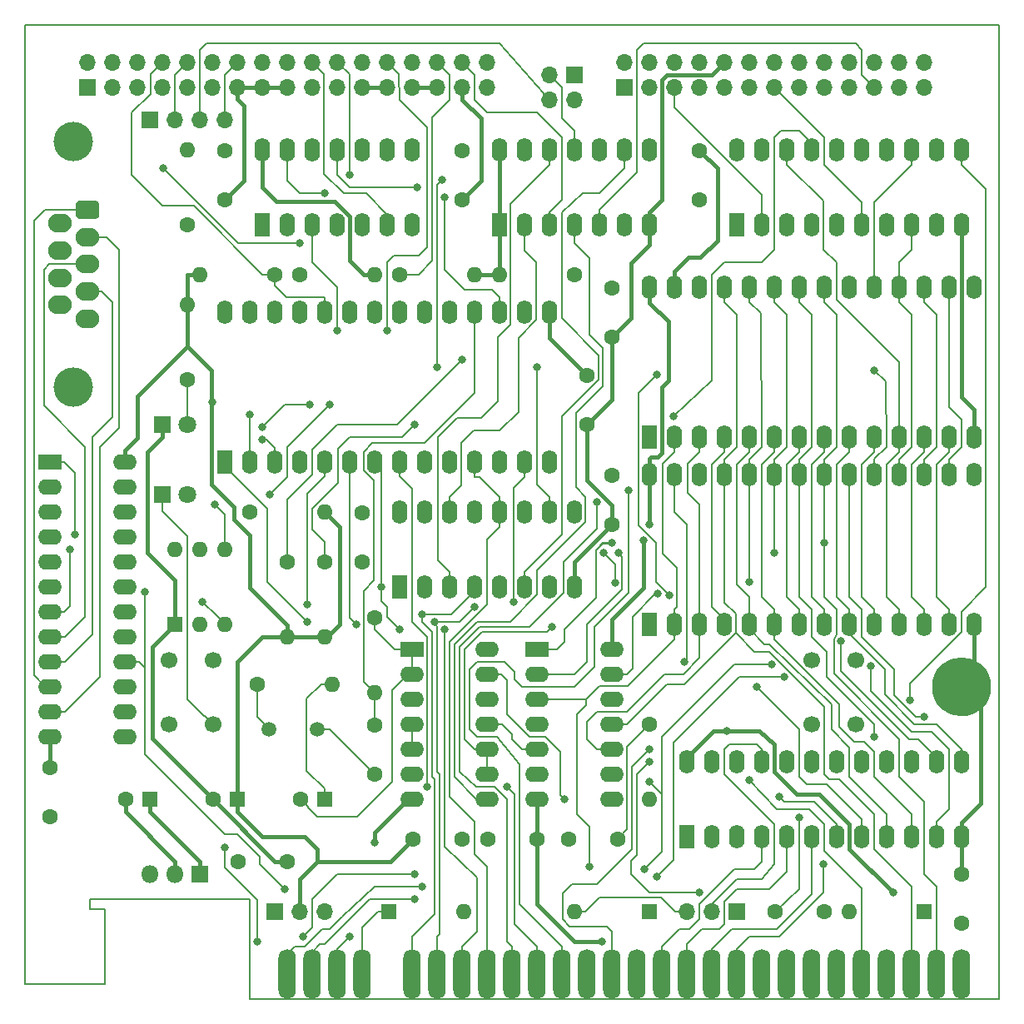
<source format=gtl>
%TF.GenerationSoftware,KiCad,Pcbnew,5.0.2-bee76a0~70~ubuntu18.10.1*%
%TF.CreationDate,2019-02-24T14:53:23+01:00*%
%TF.ProjectId,plusd,706c7573-642e-46b6-9963-61645f706362,rev?*%
%TF.SameCoordinates,Original*%
%TF.FileFunction,Copper,L1,Top*%
%TF.FilePolarity,Positive*%
%FSLAX46Y46*%
G04 Gerber Fmt 4.6, Leading zero omitted, Abs format (unit mm)*
G04 Created by KiCad (PCBNEW 5.0.2-bee76a0~70~ubuntu18.10.1) date dom 24 feb 2019 14:53:23 CET*
%MOMM*%
%LPD*%
G01*
G04 APERTURE LIST*
%ADD10C,0.150000*%
%ADD11O,2.400000X1.600000*%
%ADD12R,2.400000X1.600000*%
%ADD13O,1.600000X2.400000*%
%ADD14R,1.600000X2.400000*%
%ADD15C,1.600000*%
%ADD16C,0.100000*%
%ADD17C,1.900000*%
%ADD18O,2.400000X1.900000*%
%ADD19C,4.000000*%
%ADD20O,1.778000X5.080000*%
%ADD21O,1.600000X1.600000*%
%ADD22R,1.600000X1.600000*%
%ADD23R,1.700000X1.700000*%
%ADD24O,1.700000X1.700000*%
%ADD25C,6.000000*%
%ADD26C,0.800000*%
%ADD27O,1.800000X1.800000*%
%ADD28R,1.800000X1.800000*%
%ADD29C,1.800000*%
%ADD30C,1.700000*%
%ADD31C,1.500000*%
%ADD32C,0.400000*%
%ADD33C,0.200000*%
G04 APERTURE END LIST*
D10*
X71628000Y-122936000D02*
X63500000Y-122936000D01*
X71628000Y-115316000D02*
X71628000Y-122936000D01*
X70104000Y-115316000D02*
X71628000Y-115316000D01*
X70104000Y-114300000D02*
X70104000Y-115316000D01*
X86360000Y-124460000D02*
X162560000Y-124460000D01*
X86360000Y-114300000D02*
X86360000Y-124460000D01*
X70104000Y-114300000D02*
X86360000Y-114300000D01*
X162560000Y-124460000D02*
X162560000Y-25400000D01*
X63500000Y-25400000D02*
X63500000Y-122936000D01*
X162560000Y-25400000D02*
X63500000Y-25400000D01*
D11*
X110490000Y-88900000D03*
X102870000Y-104140000D03*
X110490000Y-91440000D03*
X102870000Y-101600000D03*
X110490000Y-93980000D03*
X102870000Y-99060000D03*
X110490000Y-96520000D03*
X102870000Y-96520000D03*
X110490000Y-99060000D03*
X102870000Y-93980000D03*
X110490000Y-101600000D03*
X102870000Y-91440000D03*
X110490000Y-104140000D03*
D12*
X102870000Y-88900000D03*
D13*
X83820000Y-54610000D03*
X116840000Y-69850000D03*
X86360000Y-54610000D03*
X114300000Y-69850000D03*
X88900000Y-54610000D03*
X111760000Y-69850000D03*
X91440000Y-54610000D03*
X109220000Y-69850000D03*
X93980000Y-54610000D03*
X106680000Y-69850000D03*
X96520000Y-54610000D03*
X104140000Y-69850000D03*
X99060000Y-54610000D03*
X101600000Y-69850000D03*
X101600000Y-54610000D03*
X99060000Y-69850000D03*
X104140000Y-54610000D03*
X96520000Y-69850000D03*
X106680000Y-54610000D03*
X93980000Y-69850000D03*
X109220000Y-54610000D03*
X91440000Y-69850000D03*
X111760000Y-54610000D03*
X88900000Y-69850000D03*
X114300000Y-54610000D03*
X86360000Y-69850000D03*
X116840000Y-54610000D03*
D14*
X83820000Y-69850000D03*
D15*
X99060000Y-96600000D03*
X99060000Y-101600000D03*
D16*
G36*
X70621558Y-43248287D02*
X70667668Y-43255127D01*
X70712885Y-43266453D01*
X70756775Y-43282157D01*
X70798913Y-43302087D01*
X70838896Y-43326052D01*
X70876337Y-43353820D01*
X70910876Y-43385124D01*
X70942180Y-43419663D01*
X70969948Y-43457104D01*
X70993913Y-43497087D01*
X71013843Y-43539225D01*
X71029547Y-43583115D01*
X71040873Y-43628332D01*
X71047713Y-43674442D01*
X71050000Y-43721000D01*
X71050000Y-44671000D01*
X71047713Y-44717558D01*
X71040873Y-44763668D01*
X71029547Y-44808885D01*
X71013843Y-44852775D01*
X70993913Y-44894913D01*
X70969948Y-44934896D01*
X70942180Y-44972337D01*
X70910876Y-45006876D01*
X70876337Y-45038180D01*
X70838896Y-45065948D01*
X70798913Y-45089913D01*
X70756775Y-45109843D01*
X70712885Y-45125547D01*
X70667668Y-45136873D01*
X70621558Y-45143713D01*
X70575000Y-45146000D01*
X69125000Y-45146000D01*
X69078442Y-45143713D01*
X69032332Y-45136873D01*
X68987115Y-45125547D01*
X68943225Y-45109843D01*
X68901087Y-45089913D01*
X68861104Y-45065948D01*
X68823663Y-45038180D01*
X68789124Y-45006876D01*
X68757820Y-44972337D01*
X68730052Y-44934896D01*
X68706087Y-44894913D01*
X68686157Y-44852775D01*
X68670453Y-44808885D01*
X68659127Y-44763668D01*
X68652287Y-44717558D01*
X68650000Y-44671000D01*
X68650000Y-43721000D01*
X68652287Y-43674442D01*
X68659127Y-43628332D01*
X68670453Y-43583115D01*
X68686157Y-43539225D01*
X68706087Y-43497087D01*
X68730052Y-43457104D01*
X68757820Y-43419663D01*
X68789124Y-43385124D01*
X68823663Y-43353820D01*
X68861104Y-43326052D01*
X68901087Y-43302087D01*
X68943225Y-43282157D01*
X68987115Y-43266453D01*
X69032332Y-43255127D01*
X69078442Y-43248287D01*
X69125000Y-43246000D01*
X70575000Y-43246000D01*
X70621558Y-43248287D01*
X70621558Y-43248287D01*
G37*
D17*
X69850000Y-44196000D03*
D18*
X69850000Y-46966000D03*
X69850000Y-49736000D03*
X69850000Y-52506000D03*
X69850000Y-55276000D03*
X67010000Y-45581000D03*
X67010000Y-48351000D03*
X67010000Y-51121000D03*
X67010000Y-53891000D03*
D19*
X68430000Y-37236000D03*
X68430000Y-62236000D03*
D13*
X127000000Y-52070000D03*
X160020000Y-67310000D03*
X129540000Y-52070000D03*
X157480000Y-67310000D03*
X132080000Y-52070000D03*
X154940000Y-67310000D03*
X134620000Y-52070000D03*
X152400000Y-67310000D03*
X137160000Y-52070000D03*
X149860000Y-67310000D03*
X139700000Y-52070000D03*
X147320000Y-67310000D03*
X142240000Y-52070000D03*
X144780000Y-67310000D03*
X144780000Y-52070000D03*
X142240000Y-67310000D03*
X147320000Y-52070000D03*
X139700000Y-67310000D03*
X149860000Y-52070000D03*
X137160000Y-67310000D03*
X152400000Y-52070000D03*
X134620000Y-67310000D03*
X154940000Y-52070000D03*
X132080000Y-67310000D03*
X157480000Y-52070000D03*
X129540000Y-67310000D03*
X160020000Y-52070000D03*
D14*
X127000000Y-67310000D03*
D20*
X158750000Y-121920000D03*
X156210000Y-121920000D03*
X153670000Y-121920000D03*
X151130000Y-121920000D03*
X148590000Y-121920000D03*
X146050000Y-121920000D03*
X143510000Y-121920000D03*
X140970000Y-121920000D03*
X138430000Y-121920000D03*
X135890000Y-121920000D03*
X133350000Y-121920000D03*
X130810000Y-121920000D03*
X128270000Y-121920000D03*
X125730000Y-121920000D03*
X123190000Y-121920000D03*
X120650000Y-121920000D03*
X118110000Y-121920000D03*
X115570000Y-121920000D03*
X113030000Y-121920000D03*
X110490000Y-121920000D03*
X107950000Y-121920000D03*
X105410000Y-121920000D03*
X102870000Y-121920000D03*
X97790000Y-121920000D03*
X95250000Y-121920000D03*
X92710000Y-121920000D03*
X90170000Y-121920000D03*
D21*
X93980000Y-87630000D03*
D15*
X93980000Y-80010000D03*
D11*
X73660000Y-69850000D03*
X66040000Y-97790000D03*
X73660000Y-72390000D03*
X66040000Y-95250000D03*
X73660000Y-74930000D03*
X66040000Y-92710000D03*
X73660000Y-77470000D03*
X66040000Y-90170000D03*
X73660000Y-80010000D03*
X66040000Y-87630000D03*
X73660000Y-82550000D03*
X66040000Y-85090000D03*
X73660000Y-85090000D03*
X66040000Y-82550000D03*
X73660000Y-87630000D03*
X66040000Y-80010000D03*
X73660000Y-90170000D03*
X66040000Y-77470000D03*
X73660000Y-92710000D03*
X66040000Y-74930000D03*
X73660000Y-95250000D03*
X66040000Y-72390000D03*
X73660000Y-97790000D03*
D12*
X66040000Y-69850000D03*
D15*
X80010000Y-45720000D03*
D21*
X80010000Y-38100000D03*
D15*
X82590000Y-104140000D03*
D22*
X85090000Y-104140000D03*
D23*
X69850000Y-31750000D03*
D24*
X69850000Y-29210000D03*
X72390000Y-31750000D03*
X72390000Y-29210000D03*
X74930000Y-31750000D03*
X74930000Y-29210000D03*
X77470000Y-31750000D03*
X77470000Y-29210000D03*
X80010000Y-31750000D03*
X80010000Y-29210000D03*
X82550000Y-31750000D03*
X82550000Y-29210000D03*
X85090000Y-31750000D03*
X85090000Y-29210000D03*
X87630000Y-31750000D03*
X87630000Y-29210000D03*
X90170000Y-31750000D03*
X90170000Y-29210000D03*
X92710000Y-31750000D03*
X92710000Y-29210000D03*
X95250000Y-31750000D03*
X95250000Y-29210000D03*
X97790000Y-31750000D03*
X97790000Y-29210000D03*
X100330000Y-31750000D03*
X100330000Y-29210000D03*
X102870000Y-31750000D03*
X102870000Y-29210000D03*
X105410000Y-31750000D03*
X105410000Y-29210000D03*
X107950000Y-31750000D03*
X107950000Y-29210000D03*
X110490000Y-31750000D03*
X110490000Y-29210000D03*
D12*
X115570000Y-88900000D03*
D11*
X123190000Y-104140000D03*
X115570000Y-91440000D03*
X123190000Y-101600000D03*
X115570000Y-93980000D03*
X123190000Y-99060000D03*
X115570000Y-96520000D03*
X123190000Y-96520000D03*
X115570000Y-99060000D03*
X123190000Y-93980000D03*
X115570000Y-101600000D03*
X123190000Y-91440000D03*
X115570000Y-104140000D03*
X123190000Y-88900000D03*
D25*
X158750000Y-92710000D03*
D26*
X158750000Y-90460000D03*
X160340990Y-91119010D03*
X161000000Y-92710000D03*
X160340990Y-94300990D03*
X158750000Y-94960000D03*
X157159010Y-94300990D03*
X156500000Y-92710000D03*
X157159010Y-91119010D03*
D23*
X135890000Y-115570000D03*
D24*
X133350000Y-115570000D03*
X130810000Y-115570000D03*
D23*
X88900000Y-115570000D03*
D24*
X91440000Y-115570000D03*
X93980000Y-115570000D03*
D13*
X130810000Y-100330000D03*
X158750000Y-107950000D03*
X133350000Y-100330000D03*
X156210000Y-107950000D03*
X135890000Y-100330000D03*
X153670000Y-107950000D03*
X138430000Y-100330000D03*
X151130000Y-107950000D03*
X140970000Y-100330000D03*
X148590000Y-107950000D03*
X143510000Y-100330000D03*
X146050000Y-107950000D03*
X146050000Y-100330000D03*
X143510000Y-107950000D03*
X148590000Y-100330000D03*
X140970000Y-107950000D03*
X151130000Y-100330000D03*
X138430000Y-107950000D03*
X153670000Y-100330000D03*
X135890000Y-107950000D03*
X156210000Y-100330000D03*
X133350000Y-107950000D03*
X158750000Y-100330000D03*
D14*
X130810000Y-107950000D03*
X127000000Y-86360000D03*
D13*
X160020000Y-71120000D03*
X129540000Y-86360000D03*
X157480000Y-71120000D03*
X132080000Y-86360000D03*
X154940000Y-71120000D03*
X134620000Y-86360000D03*
X152400000Y-71120000D03*
X137160000Y-86360000D03*
X149860000Y-71120000D03*
X139700000Y-86360000D03*
X147320000Y-71120000D03*
X142240000Y-86360000D03*
X144780000Y-71120000D03*
X144780000Y-86360000D03*
X142240000Y-71120000D03*
X147320000Y-86360000D03*
X139700000Y-71120000D03*
X149860000Y-86360000D03*
X137160000Y-71120000D03*
X152400000Y-86360000D03*
X134620000Y-71120000D03*
X154940000Y-86360000D03*
X132080000Y-71120000D03*
X157480000Y-86360000D03*
X129540000Y-71120000D03*
X160020000Y-86360000D03*
X127000000Y-71120000D03*
X101600000Y-74930000D03*
X119380000Y-82550000D03*
X104140000Y-74930000D03*
X116840000Y-82550000D03*
X106680000Y-74930000D03*
X114300000Y-82550000D03*
X109220000Y-74930000D03*
X111760000Y-82550000D03*
X111760000Y-74930000D03*
X109220000Y-82550000D03*
X114300000Y-74930000D03*
X106680000Y-82550000D03*
X116840000Y-74930000D03*
X104140000Y-82550000D03*
X119380000Y-74930000D03*
D14*
X101600000Y-82550000D03*
X87630000Y-45720000D03*
D13*
X102870000Y-38100000D03*
X90170000Y-45720000D03*
X100330000Y-38100000D03*
X92710000Y-45720000D03*
X97790000Y-38100000D03*
X95250000Y-45720000D03*
X95250000Y-38100000D03*
X97790000Y-45720000D03*
X92710000Y-38100000D03*
X100330000Y-45720000D03*
X90170000Y-38100000D03*
X102870000Y-45720000D03*
X87630000Y-38100000D03*
X135890000Y-38100000D03*
X158750000Y-45720000D03*
X138430000Y-38100000D03*
X156210000Y-45720000D03*
X140970000Y-38100000D03*
X153670000Y-45720000D03*
X143510000Y-38100000D03*
X151130000Y-45720000D03*
X146050000Y-38100000D03*
X148590000Y-45720000D03*
X148590000Y-38100000D03*
X146050000Y-45720000D03*
X151130000Y-38100000D03*
X143510000Y-45720000D03*
X153670000Y-38100000D03*
X140970000Y-45720000D03*
X156210000Y-38100000D03*
X138430000Y-45720000D03*
X158750000Y-38100000D03*
D14*
X135890000Y-45720000D03*
D13*
X111760000Y-38100000D03*
X127000000Y-45720000D03*
X114300000Y-38100000D03*
X124460000Y-45720000D03*
X116840000Y-38100000D03*
X121920000Y-45720000D03*
X119380000Y-38100000D03*
X119380000Y-45720000D03*
X121920000Y-38100000D03*
X116840000Y-45720000D03*
X124460000Y-38100000D03*
X114300000Y-45720000D03*
X127000000Y-38100000D03*
D14*
X111760000Y-45720000D03*
D27*
X76200000Y-111760000D03*
X78740000Y-111760000D03*
D28*
X81280000Y-111760000D03*
D15*
X73700000Y-104140000D03*
D22*
X76200000Y-104140000D03*
X93980000Y-104140000D03*
D15*
X91480000Y-104140000D03*
D29*
X80010000Y-73152000D03*
D28*
X77470000Y-73152000D03*
D21*
X108077000Y-115570000D03*
D22*
X100457000Y-115570000D03*
D21*
X119380000Y-115570000D03*
D22*
X127000000Y-115570000D03*
X154940000Y-115570000D03*
D21*
X147320000Y-115570000D03*
D29*
X80010000Y-66040000D03*
D28*
X77470000Y-66040000D03*
D21*
X127000000Y-104140000D03*
D15*
X127000000Y-96520000D03*
X86360000Y-74930000D03*
D21*
X93980000Y-74930000D03*
D15*
X90170000Y-80010000D03*
D21*
X90170000Y-87630000D03*
D15*
X88900000Y-50800000D03*
D21*
X81280000Y-50800000D03*
X99060000Y-50800000D03*
D15*
X91440000Y-50800000D03*
X99060000Y-85725000D03*
D21*
X99060000Y-93345000D03*
X109220000Y-50800000D03*
D15*
X101600000Y-50800000D03*
D21*
X94742000Y-92456000D03*
D15*
X87122000Y-92456000D03*
D21*
X111760000Y-50800000D03*
D15*
X119380000Y-50800000D03*
X80010000Y-61468000D03*
D21*
X80010000Y-53848000D03*
D15*
X123745000Y-108204000D03*
X118745000Y-108204000D03*
X139780000Y-115570000D03*
X144780000Y-115570000D03*
X107950000Y-43180000D03*
X107950000Y-38180000D03*
X158750000Y-116760000D03*
X158750000Y-111760000D03*
X97790000Y-80010000D03*
X97790000Y-75010000D03*
X102950000Y-108204000D03*
X107950000Y-108204000D03*
X83820000Y-38180000D03*
X83820000Y-43180000D03*
X120650000Y-66040000D03*
X120650000Y-61040000D03*
X123190000Y-52150000D03*
X123190000Y-57150000D03*
X123190000Y-76200000D03*
X123190000Y-71200000D03*
X115570000Y-108204000D03*
X110570000Y-108204000D03*
X66040000Y-105965000D03*
X66040000Y-100965000D03*
X132080000Y-43180000D03*
X132080000Y-38180000D03*
D23*
X124460000Y-31750000D03*
D24*
X124460000Y-29210000D03*
X127000000Y-31750000D03*
X127000000Y-29210000D03*
X129540000Y-31750000D03*
X129540000Y-29210000D03*
X132080000Y-31750000D03*
X132080000Y-29210000D03*
X134620000Y-31750000D03*
X134620000Y-29210000D03*
X137160000Y-31750000D03*
X137160000Y-29210000D03*
X139700000Y-31750000D03*
X139700000Y-29210000D03*
X142240000Y-31750000D03*
X142240000Y-29210000D03*
X144780000Y-31750000D03*
X144780000Y-29210000D03*
X147320000Y-31750000D03*
X147320000Y-29210000D03*
X149860000Y-31750000D03*
X149860000Y-29210000D03*
X152400000Y-31750000D03*
X152400000Y-29210000D03*
X154940000Y-31750000D03*
X154940000Y-29210000D03*
D23*
X76200000Y-35052000D03*
D24*
X78740000Y-35052000D03*
X81280000Y-35052000D03*
X83820000Y-35052000D03*
D15*
X85170000Y-110490000D03*
X90170000Y-110490000D03*
D24*
X116840000Y-33020000D03*
X116840000Y-30480000D03*
X119380000Y-33020000D03*
D23*
X119380000Y-30480000D03*
D30*
X78105000Y-96520000D03*
X78105000Y-90020000D03*
X82605000Y-96520000D03*
X82605000Y-90020000D03*
X148010000Y-90020000D03*
X148010000Y-96520000D03*
X143510000Y-90020000D03*
X143510000Y-96520000D03*
D22*
X78740000Y-86360000D03*
D21*
X83820000Y-78740000D03*
X81280000Y-86360000D03*
X81280000Y-78740000D03*
X83820000Y-86360000D03*
X78740000Y-78740000D03*
D31*
X93218000Y-97028000D03*
X88318000Y-97028000D03*
D26*
X99060000Y-108585000D03*
X122174000Y-118618000D03*
X113195300Y-84116800D03*
X142240000Y-106045000D03*
X134874000Y-97253600D03*
X151765000Y-113665000D03*
X126365000Y-77851000D03*
X127000000Y-76200000D03*
X82550000Y-63754000D03*
X123825000Y-79121000D03*
X139700000Y-79121000D03*
X127831000Y-83275000D03*
X137160000Y-82042000D03*
X87630000Y-66294000D03*
X92456000Y-64008000D03*
X137922000Y-92710000D03*
X132080000Y-113665000D03*
X127000000Y-100330000D03*
X144780000Y-78105000D03*
X123190000Y-78105000D03*
X137160000Y-102235000D03*
X144652500Y-110801900D03*
X130556000Y-90170000D03*
X86360000Y-65024000D03*
X140208000Y-103886000D03*
X149541600Y-90625700D03*
X87630000Y-67564000D03*
X146471000Y-88088100D03*
X140716000Y-91694000D03*
X127762000Y-112014000D03*
X126492000Y-111252000D03*
X139446000Y-90424000D03*
X127000000Y-102362000D03*
X91783300Y-118110000D03*
X120904000Y-110998000D03*
X103124000Y-111760000D03*
X87122000Y-118618000D03*
X83820000Y-109093000D03*
X127000000Y-99060000D03*
X103124000Y-114300000D03*
X103886000Y-113030000D03*
X68072000Y-78740000D03*
X92202000Y-86106000D03*
X117094000Y-86614000D03*
X123492600Y-82143100D03*
X122327800Y-79128300D03*
X153483000Y-94092300D03*
X103124000Y-66040000D03*
X107950000Y-59436000D03*
X82804000Y-74168000D03*
X88392000Y-73152000D03*
X94488000Y-64008000D03*
X149860000Y-97790000D03*
X124841000Y-72771000D03*
X129415000Y-65239000D03*
X112522000Y-102870000D03*
X104394000Y-102870000D03*
X121666000Y-73914000D03*
X99695000Y-82550000D03*
X106172000Y-86868000D03*
X101600000Y-86868000D03*
X97155000Y-86360000D03*
X109220000Y-84582000D03*
X105156000Y-86106000D03*
X92202000Y-84328000D03*
X103886000Y-85344000D03*
X96520000Y-118110000D03*
X149860000Y-60549700D03*
X75692000Y-83058000D03*
X89916000Y-113284000D03*
X154940000Y-95795000D03*
X129010300Y-83420400D03*
X127732900Y-60960000D03*
X100330000Y-56515000D03*
X93980000Y-42545000D03*
X103378000Y-41910000D03*
X106172000Y-42926000D03*
X96520000Y-40640000D03*
X115570000Y-60198000D03*
X105410000Y-60198000D03*
X105918000Y-41148000D03*
X95250000Y-56515000D03*
X77500000Y-39975000D03*
X91440000Y-47625000D03*
X118364000Y-104140000D03*
X118364000Y-104140000D03*
X68580000Y-77216000D03*
X81534000Y-84074000D03*
D32*
X121234900Y-72308500D02*
X123190000Y-74263600D01*
X123190000Y-74263600D02*
X123190000Y-76200000D01*
X158420500Y-93039500D02*
X158750000Y-92710000D01*
X158420500Y-94301000D02*
X158420500Y-93039500D01*
X157159000Y-92051000D02*
X157432000Y-92051000D01*
X157432000Y-92051000D02*
X158420500Y-93039500D01*
X157159000Y-92051000D02*
X156500000Y-92710000D01*
X157159000Y-91119000D02*
X157159000Y-92051000D01*
X158750000Y-94960000D02*
X158420500Y-94630500D01*
X158420500Y-94630500D02*
X158420500Y-94301000D01*
X158420500Y-94301000D02*
X157159000Y-94301000D01*
X158750000Y-90460000D02*
X158091000Y-91119000D01*
X158091000Y-91119000D02*
X157159000Y-91119000D01*
X119380000Y-82116500D02*
X119380000Y-82550000D01*
X160020000Y-90366800D02*
X158843200Y-90366800D01*
X158843200Y-90366800D02*
X158750000Y-90460000D01*
X159216000Y-95426000D02*
X158750000Y-94960000D01*
X160341000Y-91119000D02*
X160341000Y-92051000D01*
X160341000Y-92051000D02*
X161000000Y-92710000D01*
X160020000Y-90366800D02*
X160341000Y-90687800D01*
X160341000Y-90687800D02*
X160341000Y-91119000D01*
X160341000Y-94301000D02*
X159216000Y-95426000D01*
X158750000Y-111760000D02*
X158750000Y-107950000D01*
X160020000Y-87885300D02*
X160020000Y-90366800D01*
X115570000Y-104140000D02*
X115570000Y-107950000D01*
X160020000Y-86360000D02*
X160020000Y-87885300D01*
X160020000Y-65784700D02*
X160020000Y-64511100D01*
X160020000Y-64511100D02*
X158750000Y-63241100D01*
X158750000Y-63241100D02*
X158750000Y-45720000D01*
X123190000Y-76200000D02*
X119380000Y-80010000D01*
X119380000Y-80010000D02*
X119380000Y-81024700D01*
X119380000Y-82116500D02*
X119380000Y-81024700D01*
X160020000Y-67310000D02*
X160020000Y-65784700D01*
X66040000Y-100965000D02*
X66040000Y-97790000D01*
X160655000Y-94615000D02*
X158750000Y-92710000D01*
X160655000Y-104595000D02*
X160655000Y-94615000D01*
X158750000Y-106500000D02*
X160655000Y-104595000D01*
X158750000Y-107950000D02*
X158750000Y-106500000D01*
X125095000Y-55245000D02*
X123190000Y-57150000D01*
X123190000Y-63500000D02*
X123190000Y-57150000D01*
X120650000Y-66040000D02*
X123190000Y-63500000D01*
X78740000Y-81915000D02*
X76835000Y-80010000D01*
X78740000Y-86360000D02*
X78740000Y-81915000D01*
X78740000Y-110490000D02*
X78740000Y-111760000D01*
X73700000Y-104140000D02*
X73700000Y-105450000D01*
X73700000Y-105450000D02*
X78740000Y-110490000D01*
X85630001Y-41369999D02*
X84619999Y-42380001D01*
X84619999Y-42380001D02*
X83820000Y-43180000D01*
X102870000Y-31750000D02*
X105410000Y-31750000D01*
X120650000Y-71723600D02*
X121234900Y-72308500D01*
X120650000Y-66040000D02*
X120650000Y-71723600D01*
X85090000Y-32952081D02*
X85725000Y-33587081D01*
X85090000Y-31750000D02*
X85090000Y-32952081D01*
X85725000Y-41275000D02*
X83820000Y-43180000D01*
X85725000Y-33587081D02*
X85725000Y-41275000D01*
X88900000Y-110490000D02*
X90170000Y-110490000D01*
X82590000Y-104180000D02*
X88900000Y-110490000D01*
X82590000Y-104140000D02*
X82590000Y-104180000D01*
X85090000Y-31750000D02*
X87630000Y-31750000D01*
X87630000Y-31750000D02*
X90170000Y-31750000D01*
X97790000Y-31750000D02*
X100330000Y-31750000D01*
X102950000Y-104220000D02*
X102870000Y-104140000D01*
X99060000Y-108019315D02*
X99060000Y-108585000D01*
X99060000Y-107550000D02*
X99060000Y-108019315D01*
X102470000Y-104140000D02*
X99060000Y-107550000D01*
X102870000Y-104140000D02*
X102470000Y-104140000D01*
X127000000Y-45720000D02*
X127000000Y-47752000D01*
X127000000Y-47752000D02*
X125095000Y-49657000D01*
X125095000Y-49657000D02*
X125095000Y-55245000D01*
X119380000Y-118618000D02*
X117708800Y-116946800D01*
X122174000Y-118618000D02*
X119380000Y-118618000D01*
X115570000Y-114808000D02*
X115570000Y-107950000D01*
X119380000Y-118618000D02*
X115570000Y-114808000D01*
X109855000Y-41275000D02*
X107950000Y-43180000D01*
X109855000Y-34925000D02*
X109855000Y-41275000D01*
X107950000Y-31750000D02*
X107950000Y-33020000D01*
X107950000Y-33020000D02*
X109855000Y-34925000D01*
X77470000Y-67340000D02*
X75946000Y-68864000D01*
X77470000Y-66040000D02*
X77470000Y-67340000D01*
X75946000Y-79121000D02*
X78740000Y-81915000D01*
X75946000Y-68864000D02*
X75946000Y-79121000D01*
X128270000Y-43180000D02*
X127000000Y-44450000D01*
X127000000Y-45720000D02*
X127000000Y-44450000D01*
X133350000Y-30480000D02*
X134620000Y-29210000D01*
X128778000Y-30480000D02*
X133350000Y-30480000D01*
X128270000Y-43180000D02*
X128270000Y-30988000D01*
X128270000Y-30988000D02*
X128778000Y-30480000D01*
X76454000Y-98004000D02*
X82590000Y-104140000D01*
X78740000Y-86360000D02*
X76454000Y-88646000D01*
X76454000Y-88646000D02*
X76454000Y-98004000D01*
D33*
X114300000Y-69850000D02*
X114300000Y-71375300D01*
X114300000Y-71375300D02*
X113174600Y-72500700D01*
X113174600Y-72500700D02*
X113174600Y-84096100D01*
X113174600Y-84096100D02*
X113195300Y-84116800D01*
X142240000Y-113284000D02*
X139780000Y-115570000D01*
X142240000Y-106045000D02*
X142240000Y-113284000D01*
D32*
X81280000Y-110490000D02*
X81280000Y-111760000D01*
X76200000Y-105410000D02*
X81280000Y-110490000D01*
X76200000Y-104140000D02*
X76200000Y-105410000D01*
X123190000Y-71200000D02*
X123288600Y-71200000D01*
X82405400Y-60469600D02*
X80010000Y-58074200D01*
X85090000Y-104140000D02*
X85090000Y-103014700D01*
X82480001Y-60544201D02*
X82405400Y-60469600D01*
X82480001Y-60544201D02*
X80010000Y-58074200D01*
X80010000Y-58074200D02*
X80010000Y-54610000D01*
X80010000Y-54610000D02*
X80010000Y-53340000D01*
X111760000Y-38100000D02*
X111760000Y-45720000D01*
X128245800Y-62263302D02*
X128905000Y-61604102D01*
X127000000Y-53670000D02*
X127000000Y-52070000D01*
X128905000Y-55575000D02*
X127000000Y-53670000D01*
X128905000Y-61604102D02*
X128905000Y-55575000D01*
X91440000Y-115570000D02*
X91440000Y-114300000D01*
X85090000Y-105410000D02*
X85090000Y-104140000D01*
X87630000Y-107950000D02*
X85090000Y-105410000D01*
X133905000Y-40005000D02*
X133905000Y-47305000D01*
X132080000Y-38180000D02*
X133905000Y-40005000D01*
X116840000Y-57230000D02*
X116840000Y-54610000D01*
X120650000Y-61040000D02*
X116840000Y-57230000D01*
X82480001Y-61341000D02*
X82480001Y-60544201D01*
X111760000Y-45720000D02*
X111760000Y-50800000D01*
X111760000Y-50800000D02*
X109220000Y-50800000D01*
X80010000Y-53340000D02*
X80010000Y-52070000D01*
X130810000Y-99930000D02*
X130810000Y-100330000D01*
X133486400Y-97253600D02*
X130810000Y-99930000D01*
X134874000Y-97253600D02*
X133486400Y-97253600D01*
X126365000Y-78740000D02*
X126365000Y-78740000D01*
X123190000Y-85834794D02*
X123190000Y-88900000D01*
X126365000Y-82659794D02*
X123190000Y-85834794D01*
X126365000Y-77851000D02*
X126365000Y-82659794D01*
X127000000Y-71120000D02*
X127000000Y-76200000D01*
X92710000Y-87630000D02*
X90170000Y-87630000D01*
X95504000Y-86360000D02*
X94234000Y-87630000D01*
X94234000Y-87630000D02*
X92710000Y-87630000D01*
X93980000Y-74930000D02*
X95504000Y-76454000D01*
X95504000Y-76454000D02*
X95504000Y-86360000D01*
X87630000Y-87630000D02*
X90170000Y-87630000D01*
X87630000Y-87630000D02*
X85090000Y-90170000D01*
X85090000Y-104140000D02*
X85090000Y-90170000D01*
X90170000Y-86498630D02*
X86360000Y-82688630D01*
X90170000Y-87630000D02*
X90170000Y-86498630D01*
X86360000Y-82688630D02*
X86360000Y-77285999D01*
X100664000Y-110490000D02*
X102950000Y-108204000D01*
X81280000Y-50800000D02*
X80010000Y-50800000D01*
X80010000Y-50800000D02*
X80010000Y-53848000D01*
X87630000Y-41910000D02*
X87630000Y-38100000D01*
X99060000Y-50800000D02*
X97928630Y-50800000D01*
X97928630Y-50800000D02*
X96520000Y-49391370D01*
X96520000Y-49391370D02*
X96520000Y-44892930D01*
X89065001Y-43345001D02*
X87630000Y-41910000D01*
X96520000Y-44892930D02*
X94972071Y-43345001D01*
X94972071Y-43345001D02*
X89065001Y-43345001D01*
X130988000Y-49022000D02*
X132188000Y-49022000D01*
X129540000Y-52070000D02*
X129540000Y-50470000D01*
X129540000Y-50470000D02*
X130988000Y-49022000D01*
X133905000Y-47305000D02*
X132188000Y-49022000D01*
X127000000Y-69520000D02*
X127178000Y-69342000D01*
X127000000Y-71120000D02*
X127000000Y-69520000D01*
X127864800Y-69342000D02*
X128245800Y-68961000D01*
X127178000Y-69342000D02*
X127864800Y-69342000D01*
X128245800Y-68961000D02*
X128245800Y-62263302D01*
X73660000Y-68650000D02*
X74930000Y-67380000D01*
X73660000Y-69850000D02*
X73660000Y-68650000D01*
X74930000Y-63154200D02*
X80010000Y-58074200D01*
X74930000Y-67380000D02*
X74930000Y-63154200D01*
X84766001Y-74422000D02*
X82480001Y-72136000D01*
X84766001Y-75692000D02*
X84766001Y-74422000D01*
X82480001Y-72136000D02*
X82480001Y-61341000D01*
X86360000Y-77285999D02*
X84766001Y-75692000D01*
X91440000Y-115570000D02*
X91440000Y-112268000D01*
X91440000Y-112268000D02*
X92456000Y-111252000D01*
X91186000Y-107950000D02*
X87630000Y-107950000D01*
X93218000Y-110490000D02*
X91440000Y-112268000D01*
X95758000Y-110490000D02*
X93218000Y-110490000D01*
X95758000Y-110490000D02*
X100664000Y-110490000D01*
X95250000Y-110490000D02*
X95758000Y-110490000D01*
X93218000Y-109220000D02*
X91948000Y-107950000D01*
X93218000Y-110490000D02*
X93218000Y-109220000D01*
X91948000Y-107950000D02*
X91186000Y-107950000D01*
X147320000Y-106680000D02*
X147320000Y-109220000D01*
X138176000Y-97253600D02*
X139700000Y-98552000D01*
X147320000Y-109220000D02*
X151765000Y-113665000D01*
X134874000Y-97253600D02*
X138176000Y-97253600D01*
X141986000Y-103632000D02*
X144272000Y-103632000D01*
X139700000Y-98552000D02*
X139700000Y-101346000D01*
X139700000Y-101346000D02*
X141986000Y-103632000D01*
X144272000Y-103632000D02*
X147320000Y-106680000D01*
D33*
X124217900Y-82792100D02*
X120650000Y-86360000D01*
X119380000Y-91440000D02*
X115570000Y-91440000D01*
X120650000Y-86360000D02*
X120650000Y-90170000D01*
X120650000Y-90170000D02*
X119380000Y-91440000D01*
X139700000Y-79121000D02*
X139700000Y-71120000D01*
X124224999Y-79520999D02*
X124224999Y-81082401D01*
X123825000Y-79121000D02*
X124224999Y-79520999D01*
X124224999Y-81082401D02*
X124217900Y-81089500D01*
X124217900Y-81089500D02*
X124217900Y-82792100D01*
X139700000Y-53595300D02*
X139700000Y-52070000D01*
X140970000Y-68326000D02*
X140970000Y-54864000D01*
X140970000Y-54864000D02*
X139700000Y-53595300D01*
X139700000Y-71120000D02*
X139700000Y-69594700D01*
X139700000Y-69594700D02*
X140970000Y-68326000D01*
X136986100Y-82189500D02*
X137160000Y-82015600D01*
X136986100Y-71293900D02*
X137160000Y-71120000D01*
X127615500Y-83275000D02*
X127831000Y-83275000D01*
X123190000Y-91440000D02*
X124715300Y-91440000D01*
X124715300Y-91440000D02*
X124715300Y-91438700D01*
X125292500Y-90861500D02*
X125292500Y-85598000D01*
X124715300Y-91438700D02*
X125292500Y-90861500D01*
X125292500Y-85598000D02*
X127615500Y-83275000D01*
X137160000Y-71120000D02*
X137160000Y-82042000D01*
X137160000Y-53595300D02*
X137160000Y-52070000D01*
X138309300Y-54744600D02*
X137160000Y-53595300D01*
X137160000Y-71120000D02*
X137160000Y-69594700D01*
X138430000Y-68326000D02*
X138309300Y-54744600D01*
X137160000Y-69594700D02*
X138430000Y-68326000D01*
X89916000Y-64008000D02*
X87630000Y-66294000D01*
X92456000Y-64008000D02*
X89916000Y-64008000D01*
X153670000Y-105664000D02*
X153670000Y-107950000D01*
X139700000Y-86360000D02*
X139700000Y-87885300D01*
X149860000Y-99314000D02*
X149860000Y-101854000D01*
X147828000Y-98298000D02*
X148844000Y-98298000D01*
X149860000Y-101854000D02*
X153670000Y-105664000D01*
X139700000Y-87885300D02*
X146302700Y-94488000D01*
X146302700Y-96772700D02*
X147828000Y-98298000D01*
X146302700Y-94488000D02*
X146302700Y-96772700D01*
X148844000Y-98298000D02*
X149860000Y-99314000D01*
X139700000Y-68834000D02*
X139700000Y-67310000D01*
X138430000Y-83566000D02*
X138430000Y-70104000D01*
X139700000Y-86360000D02*
X139700000Y-84834700D01*
X138430000Y-70104000D02*
X139700000Y-68834000D01*
X139700000Y-84834700D02*
X138430000Y-83566000D01*
X134620000Y-68835300D02*
X134620000Y-67310000D01*
X133352067Y-70104000D02*
X134620000Y-68835300D01*
X133350000Y-84582000D02*
X133352067Y-70104000D01*
X134620000Y-86360000D02*
X134620000Y-85852000D01*
X134620000Y-85852000D02*
X133350000Y-84582000D01*
X142240000Y-97028000D02*
X137922000Y-92710000D01*
X142240000Y-101854000D02*
X142240000Y-97028000D01*
X143002000Y-102616000D02*
X142240000Y-101854000D01*
X145034000Y-102616000D02*
X143002000Y-102616000D01*
X148590000Y-107950000D02*
X148590000Y-106172000D01*
X148590000Y-106172000D02*
X145034000Y-102616000D01*
X132080000Y-68835300D02*
X132080000Y-67310000D01*
X130889500Y-70025800D02*
X132080000Y-68835300D01*
X130889500Y-73025000D02*
X130889500Y-70025800D01*
X132080000Y-74215500D02*
X130889500Y-73025000D01*
X132080000Y-86360000D02*
X132080000Y-74215500D01*
X125700400Y-109855000D02*
X125700400Y-101629600D01*
X125700400Y-101629600D02*
X127000000Y-100330000D01*
X125095000Y-111760000D02*
X125095000Y-110460400D01*
X125095000Y-110460400D02*
X125700400Y-109855000D01*
X132080000Y-113665000D02*
X127000000Y-113665000D01*
X127000000Y-113665000D02*
X125095000Y-111760000D01*
X121666000Y-99060000D02*
X123190000Y-99060000D01*
X120650000Y-98044000D02*
X121666000Y-99060000D01*
X132080000Y-89789000D02*
X130452000Y-91417000D01*
X132080000Y-86360000D02*
X132080000Y-89789000D01*
X130452000Y-91417000D02*
X128524000Y-91440000D01*
X120650000Y-96266000D02*
X120650000Y-98044000D01*
X121666000Y-95249800D02*
X120650000Y-96266000D01*
X128524000Y-91440000D02*
X124714000Y-95250000D01*
X124714000Y-95250000D02*
X121666000Y-95249800D01*
X144780000Y-71120000D02*
X144780000Y-78105000D01*
X121565900Y-83185000D02*
X121565900Y-78848700D01*
X122219599Y-78195001D02*
X123190000Y-78195001D01*
X121565900Y-78848700D02*
X122219599Y-78195001D01*
X122624315Y-78105000D02*
X123190000Y-78105000D01*
X122278098Y-78105000D02*
X122624315Y-78105000D01*
X121565900Y-78817198D02*
X122278098Y-78105000D01*
X121565900Y-83185000D02*
X121565900Y-78817198D01*
X117602000Y-88900000D02*
X118364000Y-88138000D01*
X115570000Y-88900000D02*
X117602000Y-88900000D01*
X121565900Y-83185000D02*
X121565900Y-83666100D01*
X121565900Y-83666100D02*
X118364000Y-86868000D01*
X118364000Y-88138000D02*
X118364000Y-86868000D01*
X144780000Y-53595300D02*
X144780000Y-52070000D01*
X146050000Y-54864000D02*
X144780000Y-53595300D01*
X146050000Y-68326000D02*
X146050000Y-54864000D01*
X144780000Y-71120000D02*
X144780000Y-69594700D01*
X144780000Y-69594700D02*
X146050000Y-68326000D01*
X156210000Y-113030000D02*
X156210000Y-121920000D01*
X154940000Y-111760000D02*
X156210000Y-113030000D01*
X152400000Y-101854000D02*
X154940000Y-104394000D01*
X152400000Y-98044000D02*
X152400000Y-101854000D01*
X154940000Y-104394000D02*
X154940000Y-111760000D01*
X144780000Y-83566000D02*
X146050000Y-84836000D01*
X146050000Y-87376000D02*
X145745700Y-87884000D01*
X145745700Y-87884000D02*
X145745700Y-91389700D01*
X144780000Y-78105000D02*
X144780000Y-83566000D01*
X146050000Y-84836000D02*
X146050000Y-87376000D01*
X145745700Y-91389700D02*
X152400000Y-98044000D01*
X135764000Y-87216400D02*
X135764000Y-85303800D01*
X135764000Y-85303800D02*
X134620000Y-84159800D01*
X134620000Y-84159800D02*
X134620000Y-71120000D01*
X135764000Y-87216400D02*
X130510700Y-92469700D01*
X130510700Y-92469700D02*
X128765600Y-92469700D01*
X128765600Y-92469700D02*
X124715300Y-96520000D01*
X123190000Y-96520000D02*
X124715300Y-96520000D01*
X134620000Y-53595300D02*
X134620000Y-52070000D01*
X135890000Y-54864000D02*
X134620000Y-53595300D01*
X135890000Y-68326000D02*
X135890000Y-54864000D01*
X134620000Y-71120000D02*
X134620000Y-69594700D01*
X134620000Y-69594700D02*
X135890000Y-68326000D01*
X137692400Y-89144800D02*
X135764000Y-87216400D01*
X139192000Y-89144800D02*
X137692400Y-89144800D01*
X144780000Y-94742000D02*
X139192000Y-89144800D01*
X153670000Y-113030000D02*
X149860000Y-109220000D01*
X153670000Y-121920000D02*
X153670000Y-113030000D01*
X149860000Y-109220000D02*
X149860000Y-105664000D01*
X145288000Y-102108000D02*
X144780000Y-101600000D01*
X144780000Y-101600000D02*
X144780000Y-94742000D01*
X149860000Y-105664000D02*
X146304000Y-102108000D01*
X146304000Y-102108000D02*
X145288000Y-102108000D01*
X148590000Y-113214100D02*
X148590000Y-121920000D01*
X144780000Y-106680000D02*
X144780000Y-109404100D01*
X143256000Y-105156000D02*
X144780000Y-106680000D01*
X144780000Y-109404100D02*
X148590000Y-113214100D01*
X137160000Y-102235000D02*
X139954000Y-105156000D01*
X139954000Y-105156000D02*
X143256000Y-105156000D01*
X135890000Y-119380000D02*
X135890000Y-121920000D01*
X137160000Y-118110000D02*
X135890000Y-119380000D01*
X140208000Y-118110000D02*
X137160000Y-118110000D01*
X144652500Y-113665500D02*
X140208000Y-118110000D01*
X144652500Y-110801900D02*
X144652500Y-113665500D01*
X129540000Y-74930000D02*
X129540000Y-71120000D01*
X130810000Y-76200000D02*
X129540000Y-74930000D01*
X130810000Y-89916000D02*
X130810000Y-76200000D01*
X130556000Y-90170000D02*
X130810000Y-89916000D01*
X86360000Y-67818000D02*
X86360000Y-69850000D01*
X86360000Y-65024000D02*
X86360000Y-67818000D01*
X146050000Y-106680000D02*
X146050000Y-107950000D01*
X143764000Y-104394000D02*
X146050000Y-106680000D01*
X140208000Y-103886000D02*
X140716000Y-104394000D01*
X140716000Y-104394000D02*
X143764000Y-104394000D01*
X88900000Y-68450000D02*
X88014000Y-67564000D01*
X88900000Y-69850000D02*
X88900000Y-68450000D01*
X88014000Y-67564000D02*
X87630000Y-67564000D01*
X156210000Y-106424700D02*
X156210000Y-107950000D01*
X149541600Y-93153600D02*
X153670000Y-97282000D01*
X153670000Y-97282000D02*
X155702000Y-97282000D01*
X149541600Y-90625700D02*
X149541600Y-93153600D01*
X155702000Y-97282000D02*
X157480000Y-99060000D01*
X157480000Y-105154700D02*
X156210000Y-106424700D01*
X157480000Y-99060000D02*
X157480000Y-105154700D01*
X142240000Y-68834000D02*
X142240000Y-67310000D01*
X140970000Y-83566000D02*
X140970000Y-70104000D01*
X140970000Y-70104000D02*
X142240000Y-68834000D01*
X142240000Y-86360000D02*
X142240000Y-84834700D01*
X142240000Y-84834700D02*
X140970000Y-83566000D01*
X146471000Y-88088100D02*
X146471000Y-91099000D01*
X146471000Y-91099000D02*
X153416000Y-98044000D01*
X156210000Y-99930000D02*
X156210000Y-100330000D01*
X154324000Y-98044000D02*
X156210000Y-99930000D01*
X153416000Y-98044000D02*
X154324000Y-98044000D01*
X143512633Y-70104000D02*
X144780000Y-68834000D01*
X143510000Y-83566000D02*
X143512633Y-70104000D01*
X144780000Y-68834000D02*
X144780000Y-67310000D01*
X144780000Y-86360000D02*
X144780000Y-84834700D01*
X144780000Y-84834700D02*
X143510000Y-83566000D01*
X158750000Y-99060000D02*
X158750000Y-100330000D01*
X147320000Y-86360000D02*
X147320000Y-87331098D01*
X150920902Y-90932000D02*
X150920902Y-93516902D01*
X150920902Y-93516902D02*
X153924000Y-96520000D01*
X153924000Y-96520000D02*
X156210000Y-96520000D01*
X147320000Y-87331098D02*
X150920902Y-90932000D01*
X156210000Y-96520000D02*
X158750000Y-99060000D01*
X136144000Y-91694000D02*
X140716000Y-91694000D01*
X127762000Y-112014000D02*
X128905000Y-110871000D01*
X129413000Y-98425000D02*
X136144000Y-91694000D01*
X129413000Y-110363000D02*
X127762000Y-112014000D01*
X129413000Y-105918000D02*
X129413000Y-110363000D01*
X129413000Y-105918000D02*
X129413000Y-98425000D01*
X129413000Y-106172000D02*
X129413000Y-105918000D01*
X147320000Y-85926500D02*
X147320000Y-86360000D01*
X146050000Y-70104000D02*
X146050000Y-83566000D01*
X147320000Y-84834700D02*
X147320000Y-85926500D01*
X146050000Y-83566000D02*
X147320000Y-84834700D01*
X147320000Y-67310000D02*
X147320000Y-68835300D01*
X147320000Y-68835300D02*
X146050000Y-70104000D01*
X135636000Y-90424000D02*
X139446000Y-90424000D01*
X128270000Y-97790000D02*
X135636000Y-90424000D01*
X128270000Y-97790000D02*
X128270000Y-103632000D01*
X127501349Y-102863349D02*
X128270000Y-103632000D01*
X127000000Y-102362000D02*
X127501349Y-102863349D01*
X126492000Y-111252000D02*
X128270000Y-109474000D01*
X128270000Y-109474000D02*
X128270000Y-108458000D01*
X128270000Y-103632000D02*
X128270000Y-108458000D01*
X128270000Y-108458000D02*
X128270000Y-108717600D01*
X149860000Y-68835300D02*
X149860000Y-67310000D01*
X148590000Y-70104000D02*
X149860000Y-68835300D01*
X148590000Y-83566000D02*
X148590000Y-70104000D01*
X149860000Y-86360000D02*
X149860000Y-84834700D01*
X149860000Y-84834700D02*
X148590000Y-83566000D01*
X129540000Y-84834700D02*
X129785500Y-84589200D01*
X129785500Y-84589200D02*
X129785500Y-80636500D01*
X129785500Y-80636500D02*
X128349600Y-79200600D01*
X128349600Y-79200600D02*
X128349600Y-70025700D01*
X128349600Y-70025700D02*
X129540000Y-68835300D01*
X129540000Y-87885300D02*
X124799500Y-92625800D01*
X129540000Y-86360000D02*
X129540000Y-87885300D01*
X129540000Y-85709900D02*
X129540000Y-86360000D01*
X129540000Y-85709900D02*
X129540000Y-84834700D01*
X129540000Y-67310000D02*
X129540000Y-68835300D01*
X115570000Y-93980000D02*
X120565800Y-93980000D01*
X120565800Y-93980000D02*
X121920000Y-92625800D01*
X124799500Y-92625800D02*
X121920000Y-92625800D01*
X120904000Y-110998000D02*
X120904000Y-106934000D01*
X120565800Y-94572200D02*
X120565800Y-93980000D01*
X120904000Y-106934000D02*
X119634000Y-105664000D01*
X119634000Y-105664000D02*
X119634000Y-95504000D01*
X119634000Y-95504000D02*
X120565800Y-94572200D01*
X92710000Y-117183300D02*
X91783300Y-118110000D01*
X103124000Y-111760000D02*
X95250000Y-111760000D01*
X92710000Y-114300000D02*
X92710000Y-117183300D01*
X95250000Y-111760000D02*
X92710000Y-114300000D01*
X87122000Y-114427000D02*
X83820000Y-111125000D01*
X87122000Y-118618000D02*
X87122000Y-114427000D01*
X83820000Y-111125000D02*
X83820000Y-109093000D01*
X83820000Y-109093000D02*
X83820000Y-109093000D01*
X138430000Y-110490000D02*
X138430000Y-107950000D01*
X137668000Y-111252000D02*
X138430000Y-110490000D01*
X135636000Y-111252000D02*
X137668000Y-111252000D01*
X128270000Y-121920000D02*
X128270000Y-119126000D01*
X132080000Y-116332000D02*
X132080000Y-114808000D01*
X128270000Y-119126000D02*
X130048000Y-117348000D01*
X130048000Y-117348000D02*
X131064000Y-117348000D01*
X131064000Y-117348000D02*
X132080000Y-116332000D01*
X132080000Y-114808000D02*
X135636000Y-111252000D01*
X125233400Y-100826600D02*
X127000000Y-99060000D01*
X125233400Y-109208600D02*
X125233400Y-100826600D01*
X121666000Y-112776000D02*
X125233400Y-109208600D01*
X119126000Y-112776000D02*
X121666000Y-112776000D01*
X123190000Y-121920000D02*
X123190000Y-117602000D01*
X123190000Y-117602000D02*
X122682000Y-117094000D01*
X118158810Y-116380810D02*
X118158810Y-113743190D01*
X118158810Y-113743190D02*
X119126000Y-112776000D01*
X122682000Y-117094000D02*
X118872000Y-117094000D01*
X118872000Y-117094000D02*
X118158810Y-116380810D01*
X92710000Y-119711000D02*
X92710000Y-121920000D01*
X93472000Y-118872000D02*
X92710000Y-119711000D01*
X93980000Y-118872000D02*
X93472000Y-118872000D01*
X103124000Y-114300000D02*
X98552000Y-114300000D01*
X98552000Y-114300000D02*
X93980000Y-118872000D01*
X90170000Y-119888000D02*
X90170000Y-121920000D01*
X90932000Y-119126000D02*
X90170000Y-119888000D01*
X103886000Y-113030000D02*
X99060000Y-113030000D01*
X99060000Y-113030000D02*
X95758000Y-116078000D01*
X95758000Y-116078000D02*
X94488000Y-117348000D01*
X94488000Y-117348000D02*
X93726000Y-117348000D01*
X93726000Y-117348000D02*
X91948000Y-119126000D01*
X91948000Y-119126000D02*
X90932000Y-119126000D01*
X68072000Y-84508000D02*
X67490000Y-85090000D01*
X67490000Y-85090000D02*
X66040000Y-85090000D01*
X68072000Y-78740000D02*
X68072000Y-84508000D01*
X83820000Y-70250000D02*
X88138000Y-74568000D01*
X83820000Y-69850000D02*
X83820000Y-70250000D01*
X88138000Y-82042000D02*
X92202000Y-86106000D01*
X88138000Y-74568000D02*
X88138000Y-82042000D01*
X110490000Y-101600000D02*
X110490000Y-99060000D01*
X116545004Y-87162996D02*
X117094000Y-86614000D01*
X109982000Y-87122000D02*
X116545004Y-87162996D01*
X108204000Y-88900000D02*
X109982000Y-87122000D01*
X108204000Y-98044000D02*
X108204000Y-88900000D01*
X110490000Y-99060000D02*
X109220000Y-99060000D01*
X109220000Y-99060000D02*
X108204000Y-98044000D01*
X122327800Y-79128300D02*
X123492600Y-80293100D01*
X123492600Y-80293100D02*
X123492600Y-82143100D01*
X158750000Y-39624000D02*
X161199100Y-42073100D01*
X158750000Y-38100000D02*
X158750000Y-39624000D01*
X161199100Y-42073100D02*
X161199100Y-82550000D01*
X158750000Y-87109500D02*
X153483000Y-92376500D01*
X161199100Y-82550000D02*
X158750000Y-85090000D01*
X153483000Y-92376500D02*
X153483000Y-94092300D01*
X158750000Y-85090000D02*
X158750000Y-87109500D01*
X97790000Y-119130000D02*
X97790000Y-121920000D01*
X97790000Y-117187000D02*
X97790000Y-119130000D01*
X99407000Y-115570000D02*
X97790000Y-117187000D01*
X100457000Y-115570000D02*
X99407000Y-115570000D01*
X93980000Y-77978000D02*
X93980000Y-80010000D01*
X92710000Y-76708000D02*
X93980000Y-77978000D01*
X101854000Y-67310000D02*
X96520000Y-67310000D01*
X103124000Y-66040000D02*
X101854000Y-67310000D01*
X96520000Y-67310000D02*
X95283400Y-68546600D01*
X95283400Y-68546600D02*
X95283400Y-72009000D01*
X95283400Y-72009000D02*
X92710000Y-74582400D01*
X92710000Y-74582400D02*
X92710000Y-76708000D01*
X90170000Y-73660000D02*
X90170000Y-80010000D01*
X92710000Y-71120000D02*
X90170000Y-73660000D01*
X92710000Y-68580000D02*
X92710000Y-71120000D01*
X101346000Y-66040000D02*
X95250000Y-66040000D01*
X95250000Y-66040000D02*
X92710000Y-68580000D01*
X107950000Y-59436000D02*
X101346000Y-66040000D01*
X127000000Y-96520000D02*
X124714000Y-98806000D01*
X124714000Y-107188000D02*
X123745000Y-108204000D01*
X124714000Y-98806000D02*
X124714000Y-107188000D01*
X66040000Y-92710000D02*
X65532000Y-92710000D01*
X65532000Y-92710000D02*
X64389000Y-91567000D01*
X64389000Y-48260000D02*
X64389000Y-45339000D01*
X64389000Y-48260000D02*
X64389000Y-47371000D01*
X64389000Y-91567000D02*
X64389000Y-48260000D01*
X64389000Y-45339000D02*
X65532000Y-44196000D01*
X65532000Y-44196000D02*
X69850000Y-44196000D01*
X71755000Y-46966000D02*
X69850000Y-46966000D01*
X71755000Y-46990000D02*
X71755000Y-46966000D01*
X71120000Y-68326000D02*
X73025000Y-66421000D01*
X73025000Y-48260000D02*
X71755000Y-46990000D01*
X73025000Y-66421000D02*
X73025000Y-48260000D01*
X67564000Y-95250000D02*
X71120000Y-91694000D01*
X71120000Y-91694000D02*
X71120000Y-68326000D01*
X66040000Y-95250000D02*
X67564000Y-95250000D01*
X65961000Y-49736000D02*
X69850000Y-49736000D01*
X65405000Y-50292000D02*
X65961000Y-49736000D01*
X69596000Y-68326000D02*
X65405000Y-64135000D01*
X65405000Y-64135000D02*
X65405000Y-50292000D01*
X69596000Y-85598000D02*
X69596000Y-68326000D01*
X67564000Y-87630000D02*
X69596000Y-85598000D01*
X66040000Y-87630000D02*
X67564000Y-87630000D01*
X71302000Y-52506000D02*
X69850000Y-52506000D01*
X66040000Y-90170000D02*
X67564000Y-90170000D01*
X67564000Y-90170000D02*
X70358000Y-87376000D01*
X70358000Y-67310000D02*
X72390000Y-65278000D01*
X72390000Y-65278000D02*
X72390000Y-53594000D01*
X70358000Y-87376000D02*
X70358000Y-67310000D01*
X72390000Y-53594000D02*
X71302000Y-52506000D01*
X83820000Y-78740000D02*
X83820000Y-76708000D01*
X83820000Y-76708000D02*
X83820000Y-75184000D01*
X83820000Y-75184000D02*
X82804000Y-74168000D01*
X90170000Y-71374000D02*
X88392000Y-73152000D01*
X90170000Y-68326000D02*
X90170000Y-71374000D01*
X94488000Y-64008000D02*
X90170000Y-68326000D01*
X151130000Y-105664000D02*
X151130000Y-107950000D01*
X147320000Y-101854000D02*
X151130000Y-105664000D01*
X137160000Y-86760000D02*
X138684000Y-88392000D01*
X137160000Y-86360000D02*
X137160000Y-86760000D01*
X138684000Y-88392000D02*
X139192000Y-88392000D01*
X139192000Y-88392000D02*
X145542000Y-94495073D01*
X147320000Y-98878100D02*
X147320000Y-101854000D01*
X145542000Y-94495073D02*
X145542000Y-97028000D01*
X145542000Y-97028000D02*
X147320000Y-98878100D01*
X137160000Y-83566000D02*
X137160000Y-86360000D01*
X135890000Y-82296000D02*
X137160000Y-83566000D01*
X135890000Y-70104000D02*
X135890000Y-82296000D01*
X137160000Y-67310000D02*
X137160000Y-68835300D01*
X137160000Y-68835300D02*
X135890000Y-70104000D01*
X142240000Y-83566000D02*
X142240000Y-71120000D01*
X143510000Y-84836000D02*
X142240000Y-83566000D01*
X149860000Y-96520000D02*
X145034000Y-91694000D01*
X145034000Y-91694000D02*
X145034000Y-89154000D01*
X149860000Y-97790000D02*
X149860000Y-96520000D01*
X145034000Y-89154000D02*
X143529100Y-87630000D01*
X143529100Y-87630000D02*
X143510000Y-87630000D01*
X143510000Y-87630000D02*
X143510000Y-84836000D01*
X142240000Y-53595300D02*
X142240000Y-52070000D01*
X143510000Y-54864000D02*
X142240000Y-53595300D01*
X143510000Y-68326000D02*
X143510000Y-54864000D01*
X142240000Y-71120000D02*
X142240000Y-69594700D01*
X142240000Y-69594700D02*
X143510000Y-68326000D01*
X143510000Y-109475300D02*
X143510000Y-107950000D01*
X143510000Y-113792000D02*
X143510000Y-109475300D01*
X139954000Y-117348000D02*
X143510000Y-113792000D01*
X133350000Y-121920000D02*
X133350000Y-119380000D01*
X135382000Y-117348000D02*
X139954000Y-117348000D01*
X133350000Y-119380000D02*
X135382000Y-117348000D01*
X130810000Y-118872000D02*
X132334000Y-117348000D01*
X132334000Y-117348000D02*
X134112000Y-117348000D01*
X134112000Y-117348000D02*
X134620000Y-116840000D01*
X130810000Y-121920000D02*
X130810000Y-118872000D01*
X134620000Y-116840000D02*
X134620000Y-114554000D01*
X134620000Y-114554000D02*
X135890000Y-113284000D01*
X135890000Y-113284000D02*
X139192000Y-113284000D01*
X140970000Y-111506000D02*
X140970000Y-107950000D01*
X139192000Y-113284000D02*
X140970000Y-111506000D01*
X114046000Y-92709300D02*
X113284000Y-91947300D01*
X124841000Y-72771000D02*
X124841000Y-83185000D01*
X121435700Y-86590300D02*
X121435700Y-90654300D01*
X119380700Y-92709300D02*
X114046000Y-92709300D01*
X124841000Y-83185000D02*
X121435700Y-86590300D01*
X119381400Y-92708600D02*
X119381400Y-92710000D01*
X113284000Y-91186000D02*
X112412990Y-90314990D01*
X121435700Y-90654300D02*
X119381400Y-92708600D01*
X113284000Y-91947300D02*
X113284000Y-91186000D01*
X119381400Y-92710000D02*
X119380700Y-92709300D01*
X112268000Y-90170000D02*
X112776000Y-90678000D01*
X108712000Y-90932000D02*
X109474000Y-90170000D01*
X108712000Y-97028000D02*
X108712000Y-90932000D01*
X118110000Y-119130000D02*
X113792000Y-114808000D01*
X118110000Y-121920000D02*
X118110000Y-119130000D01*
X109474000Y-90170000D02*
X112268000Y-90170000D01*
X113792000Y-114808000D02*
X113792000Y-100584000D01*
X113792000Y-100584000D02*
X111506000Y-97790000D01*
X109474000Y-97790000D02*
X108712000Y-97028000D01*
X111506000Y-97790000D02*
X109474000Y-97790000D01*
X157480000Y-62484000D02*
X157480000Y-52070000D01*
X157480000Y-64262000D02*
X157480000Y-62484000D01*
X158750000Y-65532000D02*
X157480000Y-64262000D01*
X158750000Y-68326000D02*
X158750000Y-65532000D01*
X157480000Y-71120000D02*
X157480000Y-69594700D01*
X157480000Y-69594700D02*
X158750000Y-68326000D01*
X143510000Y-38100000D02*
X143510000Y-37700000D01*
X133350000Y-61595000D02*
X129415000Y-65239000D01*
X134620000Y-49530000D02*
X133350000Y-50800000D01*
X138430000Y-49530000D02*
X134620000Y-49530000D01*
X143510000Y-37465000D02*
X142240000Y-36195000D01*
X143510000Y-38100000D02*
X143510000Y-37465000D01*
X142240000Y-36195000D02*
X140335000Y-36195000D01*
X140335000Y-36195000D02*
X139700000Y-36830000D01*
X139700000Y-36830000D02*
X139700000Y-48260000D01*
X133350000Y-50800000D02*
X133350000Y-61595000D01*
X139700000Y-48260000D02*
X138430000Y-49530000D01*
X113284000Y-103632000D02*
X113284000Y-116840000D01*
X115570000Y-119126000D02*
X115570000Y-121920000D01*
X112522000Y-102870000D02*
X113284000Y-103632000D01*
X113284000Y-116840000D02*
X115570000Y-119126000D01*
X102870000Y-72570000D02*
X101600000Y-71300000D01*
X102870000Y-86106000D02*
X102870000Y-72570000D01*
X104394000Y-87630000D02*
X102870000Y-86106000D01*
X101600000Y-71300000D02*
X101600000Y-69850000D01*
X104394000Y-102870000D02*
X104394000Y-87630000D01*
X113030000Y-119126000D02*
X113030000Y-121920000D01*
X112522000Y-118618000D02*
X113030000Y-119126000D01*
X112526700Y-118613300D02*
X112522000Y-118618000D01*
X112526700Y-104135800D02*
X112526700Y-118613300D01*
X111260900Y-102870000D02*
X112526700Y-104135800D01*
X109347000Y-102870000D02*
X111260900Y-102870000D01*
X107696000Y-101346000D02*
X109347000Y-102870000D01*
X107696000Y-88646000D02*
X107696000Y-101346000D01*
X121675500Y-76614200D02*
X118254600Y-80035100D01*
X118254600Y-80035100D02*
X118254600Y-83127300D01*
X109728000Y-86614000D02*
X107696000Y-88646000D01*
X121666000Y-73914000D02*
X121675500Y-76614200D01*
X118254600Y-83127300D02*
X114767900Y-86614000D01*
X114767900Y-86614000D02*
X109728000Y-86614000D01*
X156210000Y-68326000D02*
X154940000Y-69594700D01*
X156210000Y-54864000D02*
X156210000Y-68326000D01*
X154940000Y-69594700D02*
X154940000Y-71120000D01*
X154940000Y-52070000D02*
X154940000Y-53595300D01*
X154940000Y-53595300D02*
X156210000Y-54864000D01*
X111760000Y-73404700D02*
X109730600Y-71375300D01*
X109730600Y-71375300D02*
X109220000Y-71375300D01*
X111760000Y-74930000D02*
X111760000Y-73404700D01*
X109220000Y-69850000D02*
X109220000Y-71375300D01*
X152400000Y-49530000D02*
X152400000Y-52070000D01*
X153670000Y-45720000D02*
X153670000Y-48260000D01*
X153670000Y-48260000D02*
X152400000Y-49530000D01*
X111760000Y-76455300D02*
X111760000Y-74930000D01*
X110491300Y-77724000D02*
X111760000Y-76455300D01*
X110490048Y-84328000D02*
X110491300Y-77724000D01*
X110490000Y-110998000D02*
X109220000Y-109728000D01*
X110490000Y-121920000D02*
X110490000Y-110998000D01*
X109220000Y-109728000D02*
X109220000Y-106426000D01*
X109220000Y-106426000D02*
X106680000Y-103886000D01*
X106680000Y-103886000D02*
X106680000Y-88138000D01*
X106680000Y-88138000D02*
X110490048Y-84328000D01*
X152400000Y-53595300D02*
X152400000Y-52070000D01*
X153670000Y-54864000D02*
X152400000Y-53595300D01*
X153670000Y-68326000D02*
X153670000Y-54864000D01*
X152400000Y-71120000D02*
X152400000Y-69594700D01*
X152400000Y-69594700D02*
X153670000Y-68326000D01*
X99695000Y-70485000D02*
X99060000Y-69850000D01*
X99695000Y-82550000D02*
X99695000Y-70485000D01*
X107950000Y-119126000D02*
X107950000Y-121920000D01*
X109474000Y-117602000D02*
X107950000Y-119126000D01*
X109474000Y-112143100D02*
X109474000Y-117602000D01*
X106172000Y-108954115D02*
X109474000Y-112143100D01*
X106172000Y-86868000D02*
X106172000Y-108954115D01*
X99695000Y-83964999D02*
X99695000Y-82550000D01*
X100330000Y-84582000D02*
X99695000Y-83964999D01*
X101600000Y-86868000D02*
X100330000Y-85598000D01*
X100330000Y-85598000D02*
X100330000Y-84582000D01*
X157480000Y-84834700D02*
X157480000Y-86360000D01*
X156210000Y-83564700D02*
X157480000Y-84834700D01*
X156210000Y-70104000D02*
X156210000Y-83564700D01*
X157480000Y-67310000D02*
X157480000Y-68834000D01*
X157480000Y-68834000D02*
X156210000Y-70104000D01*
X96520000Y-85725000D02*
X97155000Y-86360000D01*
X96520000Y-69850000D02*
X96520000Y-85725000D01*
X105410000Y-86614000D02*
X105410000Y-101346000D01*
X105664000Y-101600000D02*
X105664000Y-117856000D01*
X105156000Y-86106000D02*
X105410000Y-86614000D01*
X105410000Y-101346000D02*
X105664000Y-101600000D01*
X105664000Y-117856000D02*
X105410000Y-118110000D01*
X105410000Y-118110000D02*
X105410000Y-121920000D01*
X107696000Y-86106000D02*
X105156000Y-86106000D01*
X109220000Y-84582000D02*
X107696000Y-86106000D01*
X153670000Y-70104000D02*
X154940000Y-68834000D01*
X153670000Y-83566000D02*
X153670000Y-70104000D01*
X154940000Y-86360000D02*
X154940000Y-84834700D01*
X154940000Y-68834000D02*
X154940000Y-67310000D01*
X154940000Y-84834700D02*
X153670000Y-83566000D01*
X93980000Y-71300000D02*
X93980000Y-69850000D01*
X92202000Y-73078000D02*
X93980000Y-71300000D01*
X92202000Y-84328000D02*
X92202000Y-73078000D01*
X102870000Y-118110000D02*
X102870000Y-121920000D01*
X104902000Y-101854000D02*
X105156000Y-102108000D01*
X105156000Y-102108000D02*
X105156000Y-115824000D01*
X105156000Y-115824000D02*
X102870000Y-118110000D01*
X109220000Y-82950000D02*
X109220000Y-82550000D01*
X103886000Y-85344000D02*
X106826000Y-85344000D01*
X106826000Y-85344000D02*
X109220000Y-82950000D01*
X103886000Y-85344000D02*
X103886000Y-86106000D01*
X103886000Y-86106000D02*
X104902000Y-87122000D01*
X104902000Y-87122000D02*
X104902000Y-101854000D01*
X152400000Y-67743500D02*
X152400000Y-67310000D01*
X152400000Y-68835300D02*
X152400000Y-67743500D01*
X151130000Y-70104000D02*
X152400000Y-68835300D01*
X151130000Y-83566000D02*
X151130000Y-70104000D01*
X152400000Y-86360000D02*
X152400000Y-84834700D01*
X152400000Y-84834700D02*
X151130000Y-83566000D01*
X140970000Y-38100000D02*
X140970000Y-39625300D01*
X144652300Y-48260000D02*
X146050000Y-49530000D01*
X144652300Y-43307600D02*
X144652300Y-48260000D01*
X140970000Y-39625300D02*
X144652300Y-43307600D01*
X146050000Y-49530000D02*
X146050000Y-53340000D01*
X152400000Y-59690000D02*
X152400000Y-67310000D01*
X146050000Y-53340000D02*
X152400000Y-59690000D01*
X153670000Y-39625300D02*
X149860000Y-43435300D01*
X149860000Y-43435300D02*
X149860000Y-52070000D01*
X153670000Y-38100000D02*
X153670000Y-39625300D01*
X74930000Y-90170000D02*
X73660000Y-90170000D01*
X73660000Y-90170000D02*
X75110000Y-90170000D01*
X96520000Y-118110000D02*
X95250000Y-119380000D01*
X95250000Y-119380000D02*
X95250000Y-121920000D01*
X75692000Y-83058000D02*
X75692000Y-88392000D01*
X75110000Y-90170000D02*
X75692000Y-90752000D01*
X75692000Y-88392000D02*
X75692000Y-90752000D01*
X75692000Y-99568000D02*
X75692000Y-90752000D01*
X85090000Y-107696000D02*
X83820000Y-107696000D01*
X87376000Y-109982000D02*
X85090000Y-107696000D01*
X83820000Y-107696000D02*
X75692000Y-99568000D01*
X89916000Y-113284000D02*
X87376000Y-110744000D01*
X87376000Y-110744000D02*
X87376000Y-109982000D01*
X151003400Y-61693100D02*
X149860000Y-60549700D01*
X151130000Y-68326000D02*
X151003400Y-61693100D01*
X149860000Y-71120000D02*
X149860000Y-69510200D01*
X149860000Y-69510200D02*
X151130000Y-68326000D01*
X81280000Y-33849919D02*
X81280000Y-31750000D01*
X81280000Y-35052000D02*
X81280000Y-33849919D01*
X81280000Y-33087919D02*
X81280000Y-31750000D01*
X111760000Y-27305000D02*
X116840000Y-33020000D01*
X81915000Y-27305000D02*
X111760000Y-27305000D01*
X81280000Y-31750000D02*
X81280000Y-27940000D01*
X81280000Y-27940000D02*
X81915000Y-27305000D01*
X154075698Y-95758000D02*
X151892000Y-93574302D01*
X154112698Y-95795000D02*
X154940000Y-95795000D01*
X151892000Y-93574302D02*
X154112698Y-95795000D01*
X147320000Y-83566000D02*
X147320000Y-71120000D01*
X148590000Y-84836000D02*
X147320000Y-83566000D01*
X148590000Y-87630000D02*
X148590000Y-84836000D01*
X151892000Y-93574302D02*
X151892000Y-90932000D01*
X151892000Y-90932000D02*
X148590000Y-87630000D01*
X125854300Y-62838600D02*
X125854300Y-66675000D01*
X127732900Y-60960000D02*
X125854300Y-62838600D01*
X125854300Y-66675000D02*
X125854300Y-63470800D01*
X125854300Y-75184000D02*
X125854300Y-66675000D01*
X125854300Y-76267298D02*
X125854300Y-75184000D01*
X127635000Y-78047998D02*
X125854300Y-76267298D01*
X127635000Y-82045100D02*
X127635000Y-78047998D01*
X129010300Y-83420400D02*
X127635000Y-82045100D01*
X80010000Y-93980000D02*
X80010000Y-90170000D01*
X79965300Y-77380600D02*
X78740000Y-76155300D01*
X80010000Y-90170000D02*
X79965300Y-77380600D01*
X81700001Y-95670001D02*
X80010000Y-93980000D01*
X81755001Y-95670001D02*
X81700001Y-95670001D01*
X82605000Y-96520000D02*
X81755001Y-95670001D01*
X77470000Y-74885300D02*
X77470000Y-73152000D01*
X79965300Y-77380600D02*
X77470000Y-74885300D01*
X137922000Y-98552000D02*
X138430000Y-99060000D01*
X135128000Y-98552000D02*
X137922000Y-98552000D01*
X134620000Y-99060000D02*
X135128000Y-98552000D01*
X133350000Y-114808000D02*
X135890000Y-112268000D01*
X138430000Y-99060000D02*
X138430000Y-100330000D01*
X138430000Y-112268000D02*
X139700000Y-110744000D01*
X133350000Y-115570000D02*
X133350000Y-114808000D01*
X135890000Y-112268000D02*
X138430000Y-112268000D01*
X134620000Y-101600000D02*
X134620000Y-99060000D01*
X139700000Y-110744000D02*
X139700000Y-106680000D01*
X139700000Y-106680000D02*
X134620000Y-101600000D01*
X80010000Y-62599370D02*
X80010000Y-66040000D01*
X80010000Y-61468000D02*
X80010000Y-62599370D01*
X93980000Y-53084700D02*
X93980000Y-54610000D01*
X90053330Y-53084700D02*
X93980000Y-53084700D01*
X88900000Y-51931370D02*
X90053330Y-53084700D01*
X88900000Y-50800000D02*
X88900000Y-51931370D01*
X87630000Y-50800000D02*
X88900000Y-50800000D01*
X80645000Y-43815000D02*
X87630000Y-50800000D01*
X76294999Y-30385001D02*
X76294999Y-32417001D01*
X77470000Y-29210000D02*
X76294999Y-30385001D01*
X74295000Y-40640000D02*
X77470000Y-43815000D01*
X76294999Y-32417001D02*
X74295000Y-34290000D01*
X74295000Y-34290000D02*
X74295000Y-40640000D01*
X77470000Y-43815000D02*
X80645000Y-43815000D01*
X93559999Y-30059999D02*
X92710000Y-29210000D01*
X100330000Y-44685000D02*
X98190000Y-42545000D01*
X93885001Y-40543591D02*
X93885001Y-30385001D01*
X100330000Y-45720000D02*
X100330000Y-44685000D01*
X98190000Y-42545000D02*
X95886410Y-42545000D01*
X95886410Y-42545000D02*
X93885001Y-40543591D01*
X93885001Y-30385001D02*
X93559999Y-30059999D01*
X116840000Y-44450000D02*
X116840000Y-45720000D01*
X109220000Y-30480000D02*
X109220000Y-33020000D01*
X118110000Y-43180000D02*
X116840000Y-44450000D01*
X107950000Y-29210000D02*
X109220000Y-30480000D01*
X115570000Y-34290000D02*
X118110000Y-36830000D01*
X118110000Y-36830000D02*
X118110000Y-43180000D01*
X109220000Y-33020000D02*
X110490000Y-34290000D01*
X110490000Y-34290000D02*
X115570000Y-34290000D01*
X101600000Y-33020000D02*
X101505001Y-30385001D01*
X100330000Y-56515000D02*
X100330000Y-49530000D01*
X103505000Y-48895000D02*
X104394000Y-48006000D01*
X100330000Y-49530000D02*
X100965000Y-48895000D01*
X104394000Y-35814000D02*
X101600000Y-33020000D01*
X100965000Y-48895000D02*
X103505000Y-48895000D01*
X101505001Y-30385001D02*
X100330000Y-29210000D01*
X104394000Y-48006000D02*
X104394000Y-35814000D01*
X99060000Y-93345000D02*
X99060000Y-96560000D01*
X97934999Y-82950000D02*
X97934999Y-92219999D01*
X98969999Y-81915000D02*
X97934999Y-82950000D01*
X97934999Y-92219999D02*
X99060000Y-93345000D01*
X98969999Y-71751003D02*
X98969999Y-81915000D01*
X109220000Y-54610000D02*
X109220000Y-62865000D01*
X97934990Y-70715994D02*
X98969999Y-71751003D01*
X109220000Y-62865000D02*
X104140000Y-67945000D01*
X98823990Y-67945000D02*
X97934990Y-68834000D01*
X104140000Y-67945000D02*
X98823990Y-67945000D01*
X97934990Y-68834000D02*
X97934990Y-70715994D01*
X94488000Y-97028000D02*
X99060000Y-101600000D01*
X93218000Y-97028000D02*
X94488000Y-97028000D01*
X93980000Y-103090000D02*
X93980000Y-104140000D01*
X92142999Y-101252999D02*
X93980000Y-103090000D01*
X92142999Y-93923631D02*
X92142999Y-101252999D01*
X93610630Y-92456000D02*
X92142999Y-93923631D01*
X94742000Y-92456000D02*
X93610630Y-92456000D01*
X91480000Y-104140000D02*
X92279999Y-104939999D01*
X100838000Y-102362000D02*
X100838000Y-95758000D01*
X92279999Y-104939999D02*
X92279999Y-104979999D01*
X92279999Y-104979999D02*
X93218000Y-105918000D01*
X93218000Y-105918000D02*
X97282000Y-105918000D01*
X97282000Y-105918000D02*
X100838000Y-102362000D01*
X102470000Y-91440000D02*
X102870000Y-91440000D01*
X100838000Y-93072000D02*
X102470000Y-91440000D01*
X100838000Y-95758000D02*
X100838000Y-93072000D01*
X102870000Y-91440000D02*
X102870000Y-88900000D01*
X101420000Y-88900000D02*
X102870000Y-88900000D01*
X101103630Y-88900000D02*
X101420000Y-88900000D01*
X99060000Y-86856370D02*
X101103630Y-88900000D01*
X99060000Y-85725000D02*
X99060000Y-86856370D01*
X120505300Y-115570000D02*
X119380000Y-115570000D01*
X121902300Y-114173000D02*
X120505300Y-115570000D01*
X128210919Y-114173000D02*
X121902300Y-114173000D01*
X130810000Y-115570000D02*
X129607919Y-115570000D01*
X129607919Y-115570000D02*
X128210919Y-114173000D01*
X90170000Y-41275000D02*
X90170000Y-38100000D01*
X93980000Y-42545000D02*
X91440000Y-42545000D01*
X91440000Y-42545000D02*
X90170000Y-41275000D01*
X106680000Y-33020000D02*
X105410000Y-34290000D01*
X105410000Y-29210000D02*
X106680000Y-30480000D01*
X106680000Y-30480000D02*
X106680000Y-33020000D01*
X101600000Y-50800000D02*
X103505000Y-50800000D01*
X103505000Y-50800000D02*
X104902000Y-49403000D01*
X104902000Y-34798000D02*
X106680000Y-33020000D01*
X104902000Y-49403000D02*
X104902000Y-34798000D01*
X96520000Y-41910000D02*
X95250000Y-40640000D01*
X95250000Y-40640000D02*
X95250000Y-38100000D01*
X103378000Y-41910000D02*
X96520000Y-41910000D01*
X111760000Y-53084700D02*
X111760000Y-54610000D01*
X110995500Y-52320200D02*
X111760000Y-53084700D01*
X106172000Y-42926000D02*
X106172000Y-50292000D01*
X108200200Y-52320200D02*
X110995500Y-52320200D01*
X106172000Y-50292000D02*
X108200200Y-52320200D01*
X96520000Y-40640000D02*
X96471000Y-31750000D01*
X96471000Y-31750000D02*
X96471000Y-30431000D01*
X96471000Y-30431000D02*
X95250000Y-29210000D01*
X115570000Y-60198000D02*
X115570000Y-72134700D01*
X116840000Y-73404700D02*
X116840000Y-74930000D01*
X115570000Y-72134700D02*
X116840000Y-73404700D01*
X105410000Y-41656000D02*
X105410000Y-60198000D01*
X105918000Y-41148000D02*
X105410000Y-41656000D01*
X92710000Y-45720000D02*
X92710000Y-45975300D01*
X92710000Y-49530000D02*
X95250000Y-52070000D01*
X92710000Y-45720000D02*
X92710000Y-49530000D01*
X95250000Y-52070000D02*
X95250000Y-56515000D01*
X95250000Y-56515000D02*
X95250000Y-56515000D01*
X77500000Y-39975000D02*
X81830001Y-44305001D01*
X81830001Y-44305001D02*
X85150000Y-47625000D01*
X85150000Y-47625000D02*
X91440000Y-47625000D01*
X91440000Y-47625000D02*
X91440000Y-47625000D01*
X116840000Y-38100000D02*
X116840000Y-39625300D01*
X106680000Y-82550000D02*
X106680000Y-81024700D01*
X106680000Y-81024700D02*
X105489400Y-79834100D01*
X112885400Y-55875600D02*
X112885400Y-43579900D01*
X112885400Y-43579900D02*
X116840000Y-39625300D01*
X111611000Y-57150000D02*
X111611000Y-63649000D01*
X111611000Y-57150000D02*
X112885400Y-55875600D01*
X111611000Y-63649000D02*
X109855000Y-65405000D01*
X107394400Y-65405000D02*
X105489400Y-67310000D01*
X109855000Y-65405000D02*
X107394400Y-65405000D01*
X105489400Y-79834100D02*
X105489400Y-67310000D01*
X125730000Y-40384700D02*
X121920000Y-44194700D01*
X148590000Y-27940000D02*
X147955000Y-27305000D01*
X149860000Y-31750000D02*
X148590000Y-30480000D01*
X121920000Y-44194700D02*
X121920000Y-45720000D01*
X147955000Y-27305000D02*
X126365000Y-27305000D01*
X126365000Y-27305000D02*
X125730000Y-27940000D01*
X148590000Y-30480000D02*
X148590000Y-27940000D01*
X125730000Y-27940000D02*
X125730000Y-40384700D01*
X116840000Y-30480000D02*
X118110000Y-31750000D01*
X119380000Y-38100000D02*
X119380000Y-36195000D01*
X119380000Y-36195000D02*
X118110000Y-34925000D01*
X118110000Y-31750000D02*
X118110000Y-34925000D01*
X119380000Y-47623700D02*
X119380000Y-45720000D01*
X107188000Y-88392000D02*
X109474000Y-86106000D01*
X107188000Y-101854000D02*
X107188000Y-88392000D01*
X115570000Y-83347700D02*
X115570000Y-80884700D01*
X109474000Y-86106000D02*
X112811700Y-86106000D01*
X110490000Y-104140000D02*
X109415610Y-104140000D01*
X109415610Y-104140000D02*
X107188000Y-101854000D01*
X120505300Y-73438200D02*
X119492900Y-72425800D01*
X119492900Y-72425800D02*
X119492900Y-64899000D01*
X120505300Y-75949400D02*
X120505300Y-73438200D01*
X112811700Y-86106000D02*
X115570000Y-83347700D01*
X119492900Y-64899000D02*
X122253100Y-62138800D01*
X115570000Y-80884700D02*
X120505300Y-75949400D01*
X122253100Y-62138800D02*
X122253100Y-58287800D01*
X122253100Y-58287800D02*
X120905300Y-56940000D01*
X120905300Y-56940000D02*
X120905300Y-49149000D01*
X120905300Y-49149000D02*
X119380000Y-47623700D01*
X114300000Y-81024700D02*
X114300000Y-82550000D01*
X118110000Y-77214700D02*
X114300000Y-81024700D01*
X118110000Y-65176200D02*
X118110000Y-77214700D01*
X124460000Y-38100000D02*
X124460000Y-40005000D01*
X121790300Y-61495900D02*
X118110000Y-65176200D01*
X121790300Y-59055000D02*
X121790300Y-61495900D01*
X118110000Y-55245000D02*
X121790300Y-59055000D01*
X118110000Y-44450000D02*
X118110000Y-55245000D01*
X124460000Y-40005000D02*
X121920000Y-42545000D01*
X121920000Y-42545000D02*
X120203221Y-42545000D01*
X120203221Y-42545000D02*
X118110000Y-44450000D01*
X106680000Y-73404700D02*
X106680000Y-74930000D01*
X114300000Y-45720000D02*
X114300000Y-48387000D01*
X114300000Y-48387000D02*
X115490500Y-49577500D01*
X115490500Y-49577500D02*
X115490500Y-55428300D01*
X107842800Y-72241900D02*
X106680000Y-73404700D01*
X113665000Y-57253800D02*
X113665000Y-64770000D01*
X115490500Y-55428300D02*
X113665000Y-57253800D01*
X113665000Y-64770000D02*
X111760000Y-66675000D01*
X109112800Y-66675000D02*
X107842800Y-67945000D01*
X111760000Y-66675000D02*
X109112800Y-66675000D01*
X107842800Y-67945000D02*
X107842800Y-72241900D01*
X148590000Y-43434000D02*
X148590000Y-45720000D01*
X139700000Y-31750000D02*
X144780000Y-36830000D01*
X144780000Y-39624000D02*
X148590000Y-43434000D01*
X144780000Y-36830000D02*
X144780000Y-39624000D01*
X129540000Y-31750000D02*
X129540000Y-33756400D01*
X129540000Y-33756400D02*
X138430000Y-42646400D01*
X138430000Y-42646400D02*
X138430000Y-45720000D01*
X116440000Y-97790000D02*
X114776700Y-97790000D01*
X123190000Y-104140000D02*
X122790000Y-104140000D01*
X112522000Y-92022000D02*
X112522000Y-95535300D01*
X111940000Y-91440000D02*
X112522000Y-92022000D01*
X110490000Y-91440000D02*
X111940000Y-91440000D01*
X114776700Y-97790000D02*
X112522000Y-95535300D01*
X117964000Y-99314000D02*
X117964000Y-103740000D01*
X117964000Y-99314000D02*
X116440000Y-97790000D01*
X117964000Y-103740000D02*
X118364000Y-104140000D01*
X102870000Y-96520000D02*
X102870000Y-99060000D01*
X87122000Y-95812000D02*
X88338000Y-97028000D01*
X87122000Y-92456000D02*
X87122000Y-95812000D01*
X114044700Y-99060000D02*
X115570000Y-99060000D01*
X110490000Y-96520000D02*
X112015300Y-96520000D01*
X112015300Y-96520000D02*
X112015300Y-96521300D01*
X113030000Y-97536000D02*
X113030000Y-98045300D01*
X112015300Y-96521300D02*
X113030000Y-97536000D01*
X113030000Y-98045300D02*
X114044700Y-99060000D01*
X80010000Y-29210000D02*
X78834999Y-30385001D01*
X78740000Y-35052000D02*
X78740000Y-33849919D01*
X78740000Y-30480000D02*
X80010000Y-29210000D01*
X78740000Y-35052000D02*
X78740000Y-30480000D01*
X85090000Y-29210000D02*
X83820000Y-30480000D01*
X83820000Y-30480000D02*
X83820000Y-33020000D01*
X83820000Y-30480000D02*
X83820000Y-35052000D01*
X83020001Y-85560001D02*
X81534000Y-84074000D01*
X83820000Y-86360000D02*
X83020001Y-85560001D01*
X67440000Y-69850000D02*
X68580000Y-70990000D01*
X66040000Y-69850000D02*
X67440000Y-69850000D01*
X68580000Y-70990000D02*
X68580000Y-71628000D01*
X68580000Y-71374000D02*
X68580000Y-71628000D01*
X68580000Y-71628000D02*
X68580000Y-77216000D01*
M02*

</source>
